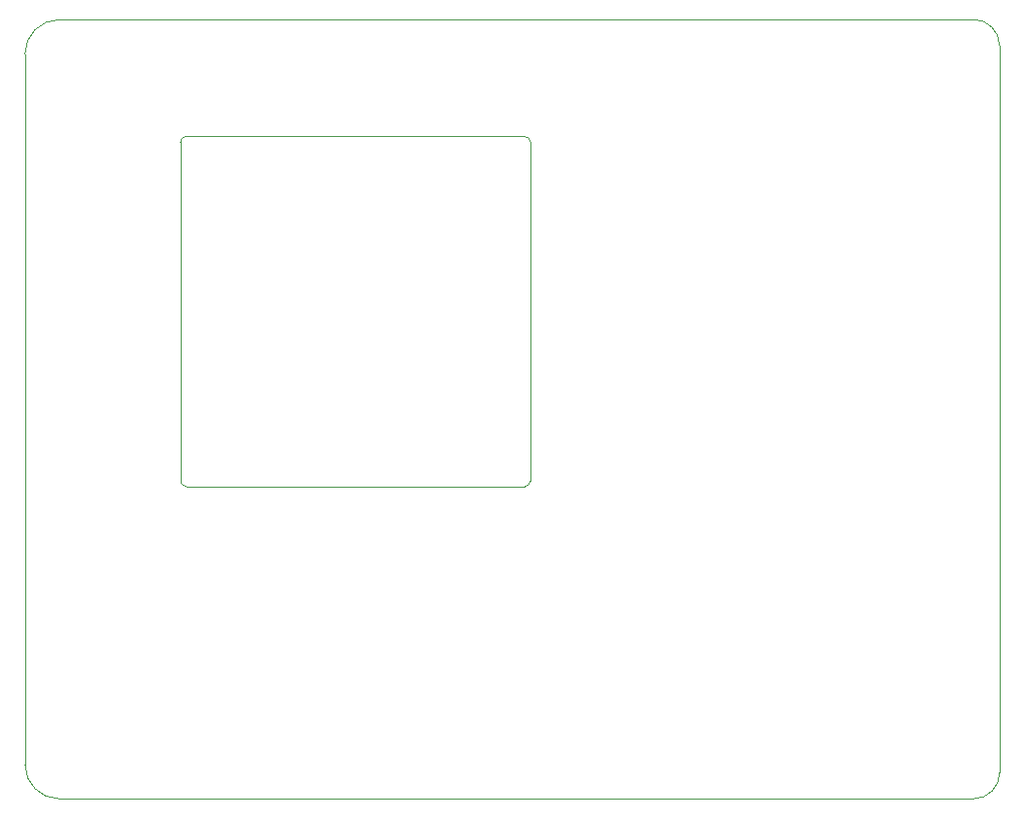
<source format=gm1>
G04 #@! TF.GenerationSoftware,KiCad,Pcbnew,(5.1.0)-1*
G04 #@! TF.CreationDate,2020-06-21T15:24:11+01:00*
G04 #@! TF.ProjectId,Top Board,546f7020-426f-4617-9264-2e6b69636164,-*
G04 #@! TF.SameCoordinates,Original*
G04 #@! TF.FileFunction,Profile,NP*
%FSLAX46Y46*%
G04 Gerber Fmt 4.6, Leading zero omitted, Abs format (unit mm)*
G04 Created by KiCad (PCBNEW (5.1.0)-1) date 2020-06-21 15:24:11*
%MOMM*%
%LPD*%
G04 APERTURE LIST*
%ADD10C,0.100000*%
G04 APERTURE END LIST*
D10*
X152000000Y-106250000D02*
G75*
G02X151500000Y-106750000I-500000J0D01*
G01*
X122000000Y-106750000D02*
G75*
G02X121500000Y-106250000I0J500000D01*
G01*
X121500000Y-76750000D02*
G75*
G02X122000000Y-76250000I500000J0D01*
G01*
X151500000Y-76250000D02*
G75*
G02X152000000Y-76750000I0J-500000D01*
G01*
X121500000Y-106250000D02*
X121500000Y-76750000D01*
X151500000Y-106750000D02*
X122000000Y-106750000D01*
X152000000Y-76750000D02*
X152000000Y-106250000D01*
X122000000Y-76250000D02*
X151500000Y-76250000D01*
X190602000Y-66053000D02*
G75*
G02X192888000Y-68339000I0J-2286000D01*
G01*
X110950400Y-133981000D02*
X190602000Y-133981000D01*
X192888000Y-131695000D02*
G75*
G02X190602000Y-133981000I-2286000J0D01*
G01*
X192888000Y-131695000D02*
X192888000Y-68339000D01*
X107950400Y-69060000D02*
X107950400Y-130981000D01*
X107950400Y-130981000D02*
G75*
G03X110950400Y-133981000I3000000J0D01*
G01*
X110950400Y-66060000D02*
G75*
G03X107950400Y-69060000I0J-3000000D01*
G01*
X190602000Y-66053000D02*
X110950400Y-66060000D01*
M02*

</source>
